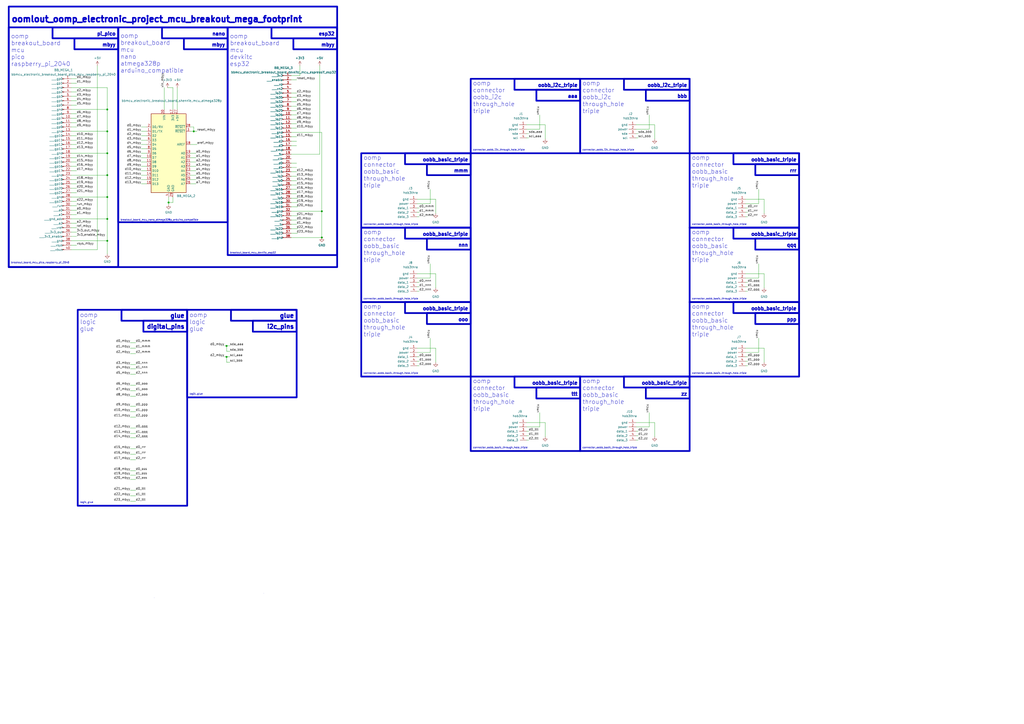
<source format=kicad_sch>
(kicad_sch (version 20230121) (generator eeschema)
  (paper "A2")
  (lib_symbols
    (symbol "oomlout_oomp_part_symbols:bbmcu_electronic_breakout_board_devkitc_mcu_espressif_esp32" (pin_names (offset 1.016))
      (property "Reference" "BB" (at 0 48.26 0))
      (property "Value" "bbmcu_electronic_breakout_board_devkitc_mcu_espressif_esp32" (at 0 -50.8 0))
      (symbol "bbmcu_electronic_breakout_board_devkitc_mcu_espressif_esp32_1_1"
        (pin passive line (at 5.08 45.72 180) (length 3.81) (name "___3v3") (number "1"))
        (pin passive line (at 5.08 22.86 180) (length 3.81) (name "___io26") (number "10"))
        (pin passive line (at 5.08 20.32 180) (length 3.81) (name "___io27") (number "11"))
        (pin passive line (at 5.08 17.78 180) (length 3.81) (name "___io14") (number "12"))
        (pin passive line (at 5.08 15.24 180) (length 3.81) (name "___io12") (number "13"))
        (pin passive line (at 5.08 12.7 180) (length 3.81) (name "___gnd") (number "14"))
        (pin passive line (at 5.08 10.16 180) (length 3.81) (name "___io13") (number "15"))
        (pin passive line (at 5.08 7.62 180) (length 3.81) (name "___d2") (number "16"))
        (pin passive line (at 5.08 5.08 180) (length 3.81) (name "___d3") (number "17"))
        (pin passive line (at 5.08 2.54 180) (length 3.81) (name "___cmd") (number "18"))
        (pin passive line (at 5.08 0 180) (length 3.81) (name "___5v") (number "19"))
        (pin passive line (at 5.08 43.18 180) (length 3.81) (name "___enable") (number "2"))
        (pin passive line (at 5.08 -2.54 180) (length 3.81) (name "___clk") (number "20"))
        (pin passive line (at 5.08 -5.08 180) (length 3.81) (name "___d0") (number "21"))
        (pin passive line (at 5.08 -7.62 180) (length 3.81) (name "___d1") (number "22"))
        (pin passive line (at 5.08 -10.16 180) (length 3.81) (name "___io15") (number "23"))
        (pin passive line (at 5.08 -12.7 180) (length 3.81) (name "___io2") (number "24"))
        (pin passive line (at 5.08 -15.24 180) (length 3.81) (name "___io0") (number "25"))
        (pin passive line (at 5.08 -17.78 180) (length 3.81) (name "___io4") (number "26"))
        (pin passive line (at 5.08 -20.32 180) (length 3.81) (name "___io16") (number "27"))
        (pin passive line (at 5.08 -22.86 180) (length 3.81) (name "___io17") (number "28"))
        (pin passive line (at 5.08 -25.4 180) (length 3.81) (name "___io5") (number "29"))
        (pin passive line (at 5.08 40.64 180) (length 3.81) (name "___vp") (number "3"))
        (pin passive line (at 5.08 -27.94 180) (length 3.81) (name "___io18") (number "30"))
        (pin passive line (at 5.08 -30.48 180) (length 3.81) (name "___io19") (number "31"))
        (pin passive line (at 5.08 -33.02 180) (length 3.81) (name "___gnd") (number "32"))
        (pin passive line (at 5.08 -35.56 180) (length 3.81) (name "___io21") (number "33"))
        (pin passive line (at 5.08 -38.1 180) (length 3.81) (name "___rx") (number "34"))
        (pin passive line (at 5.08 -40.64 180) (length 3.81) (name "___tx") (number "35"))
        (pin passive line (at 5.08 -43.18 180) (length 3.81) (name "___io22") (number "36"))
        (pin passive line (at 5.08 -45.72 180) (length 3.81) (name "___io23") (number "37"))
        (pin passive line (at 5.08 -48.26 180) (length 3.81) (name "___gnd") (number "38"))
        (pin passive line (at 5.08 38.1 180) (length 3.81) (name "___vn2") (number "4"))
        (pin passive line (at 5.08 35.56 180) (length 3.81) (name "___io34") (number "5"))
        (pin passive line (at 5.08 33.02 180) (length 3.81) (name "___io35") (number "6"))
        (pin passive line (at 5.08 30.48 180) (length 3.81) (name "___io32") (number "7"))
        (pin passive line (at 5.08 27.94 180) (length 3.81) (name "___io33") (number "8"))
        (pin passive line (at 5.08 25.4 180) (length 3.81) (name "___io25") (number "9"))
      )
    )
    (symbol "oomlout_oomp_part_symbols:bbmcu_electronic_breakout_board_pico_mcu_raspberry_pi_2040" (pin_names (offset 1.016))
      (property "Reference" "BB" (at 0 50.8 0))
      (property "Value" "bbmcu_electronic_breakout_board_pico_mcu_raspberry_pi_2040" (at 0 -53.34 0))
      (symbol "bbmcu_electronic_breakout_board_pico_mcu_raspberry_pi_2040_1_1"
        (pin passive line (at 5.08 48.26 180) (length 3.81) (name "___gp0") (number "1"))
        (pin passive line (at 5.08 25.4 180) (length 3.81) (name "___gp7") (number "10"))
        (pin passive line (at 5.08 22.86 180) (length 3.81) (name "___gp8") (number "11"))
        (pin passive line (at 5.08 20.32 180) (length 3.81) (name "___gp9") (number "12"))
        (pin passive line (at 5.08 17.78 180) (length 3.81) (name "___gnd") (number "13"))
        (pin passive line (at 5.08 15.24 180) (length 3.81) (name "___gp10") (number "14"))
        (pin passive line (at 5.08 12.7 180) (length 3.81) (name "___gp11") (number "15"))
        (pin passive line (at 5.08 10.16 180) (length 3.81) (name "___gp12") (number "16"))
        (pin passive line (at 5.08 7.62 180) (length 3.81) (name "___gp13") (number "17"))
        (pin passive line (at 5.08 5.08 180) (length 3.81) (name "___gnd") (number "18"))
        (pin passive line (at 5.08 2.54 180) (length 3.81) (name "___gp14") (number "19"))
        (pin passive line (at 5.08 45.72 180) (length 3.81) (name "___gp1") (number "2"))
        (pin passive line (at 5.08 0 180) (length 3.81) (name "___gp15") (number "20"))
        (pin passive line (at 5.08 -2.54 180) (length 3.81) (name "___gp16") (number "21"))
        (pin passive line (at 5.08 -5.08 180) (length 3.81) (name "___gp17") (number "22"))
        (pin passive line (at 5.08 -7.62 180) (length 3.81) (name "___gnd") (number "23"))
        (pin passive line (at 5.08 -10.16 180) (length 3.81) (name "___gp18") (number "24"))
        (pin passive line (at 5.08 -12.7 180) (length 3.81) (name "___gp19") (number "25"))
        (pin passive line (at 5.08 -15.24 180) (length 3.81) (name "___gp20") (number "26"))
        (pin passive line (at 5.08 -17.78 180) (length 3.81) (name "___gp21") (number "27"))
        (pin passive line (at 5.08 -20.32 180) (length 3.81) (name "___gnd") (number "28"))
        (pin passive line (at 5.08 -22.86 180) (length 3.81) (name "___gp22") (number "29"))
        (pin passive line (at 5.08 43.18 180) (length 3.81) (name "___gnd") (number "3"))
        (pin passive line (at 5.08 -25.4 180) (length 3.81) (name "___run") (number "30"))
        (pin passive line (at 5.08 -27.94 180) (length 3.81) (name "___a0") (number "31"))
        (pin passive line (at 5.08 -30.48 180) (length 3.81) (name "___a1") (number "32"))
        (pin passive line (at 5.08 -33.02 180) (length 3.81) (name "___gnd_adc") (number "33"))
        (pin passive line (at 5.08 -35.56 180) (length 3.81) (name "___a2") (number "34"))
        (pin passive line (at 5.08 -38.1 180) (length 3.81) (name "___vref") (number "35"))
        (pin passive line (at 5.08 -40.64 180) (length 3.81) (name "___3v3_out") (number "36"))
        (pin passive line (at 5.08 -43.18 180) (length 3.81) (name "___3v3_enable") (number "37"))
        (pin passive line (at 5.08 -45.72 180) (length 3.81) (name "___gnd") (number "38"))
        (pin passive line (at 5.08 -48.26 180) (length 3.81) (name "___vsys") (number "39"))
        (pin passive line (at 5.08 40.64 180) (length 3.81) (name "___gp2") (number "4"))
        (pin passive line (at 5.08 -50.8 180) (length 3.81) (name "___vbus") (number "40"))
        (pin passive line (at 5.08 38.1 180) (length 3.81) (name "___gp3") (number "5"))
        (pin passive line (at 5.08 35.56 180) (length 3.81) (name "___gp4") (number "6"))
        (pin passive line (at 5.08 33.02 180) (length 3.81) (name "___gp5") (number "7"))
        (pin passive line (at 5.08 30.48 180) (length 3.81) (name "___gnd") (number "8"))
        (pin passive line (at 5.08 27.94 180) (length 3.81) (name "___gp6") (number "9"))
      )
    )
    (symbol "oomlout_oomp_part_symbols:bbmcu_electronic_breakout_board_shennie_mcu_atmega328p_arduino_compatible"
      (property "Reference" "BB" (at -10.16 23.495 0))
      (property "Value" "bbmcu_electronic_breakout_board_shennie_mcu_atmega328p_arduino_compatible" (at 5.08 -24.13 0))
      (symbol "bbmcu_electronic_breakout_board_shennie_mcu_atmega328p_arduino_compatible_1_1"
        (pin bidirectional line (at -12.7 12.7 0) (length 2.54) (name "D1/TX") (number "1"))
        (pin bidirectional line (at -12.7 -2.54 0) (length 2.54) (name "D7") (number "10"))
        (pin bidirectional line (at -12.7 -5.08 0) (length 2.54) (name "D8") (number "11"))
        (pin bidirectional line (at -12.7 -7.62 0) (length 2.54) (name "D9") (number "12"))
        (pin bidirectional line (at -12.7 -10.16 0) (length 2.54) (name "D10") (number "13"))
        (pin bidirectional line (at -12.7 -12.7 0) (length 2.54) (name "D11") (number "14"))
        (pin bidirectional line (at -12.7 -15.24 0) (length 2.54) (name "D12") (number "15"))
        (pin bidirectional line (at -12.7 -17.78 0) (length 2.54) (name "D13") (number "16"))
        (pin power_out line (at 2.54 25.4 270) (length 2.54) (name "3V3") (number "17"))
        (pin input line (at 12.7 5.08 180) (length 2.54) (name "AREF") (number "18"))
        (pin bidirectional line (at 12.7 0 180) (length 2.54) (name "A0") (number "19"))
        (pin bidirectional line (at -12.7 15.24 0) (length 2.54) (name "D0/RX") (number "2"))
        (pin bidirectional line (at 12.7 -2.54 180) (length 2.54) (name "A1") (number "20"))
        (pin bidirectional line (at 12.7 -5.08 180) (length 2.54) (name "A2") (number "21"))
        (pin bidirectional line (at 12.7 -7.62 180) (length 2.54) (name "A3") (number "22"))
        (pin bidirectional line (at 12.7 -10.16 180) (length 2.54) (name "A4") (number "23"))
        (pin bidirectional line (at 12.7 -12.7 180) (length 2.54) (name "A5") (number "24"))
        (pin bidirectional line (at 12.7 -15.24 180) (length 2.54) (name "A6") (number "25"))
        (pin bidirectional line (at 12.7 -17.78 180) (length 2.54) (name "A7") (number "26"))
        (pin power_out line (at 5.08 25.4 270) (length 2.54) (name "+5V") (number "27"))
        (pin input line (at 12.7 15.24 180) (length 2.54) (name "~{RESET}") (number "28"))
        (pin power_in line (at 2.54 -25.4 90) (length 2.54) (name "GND") (number "29"))
        (pin input line (at 12.7 12.7 180) (length 2.54) (name "~{RESET}") (number "3"))
        (pin power_in line (at -2.54 25.4 270) (length 2.54) (name "VIN") (number "30"))
        (pin power_in line (at 0 -25.4 90) (length 2.54) (name "GND") (number "4"))
        (pin bidirectional line (at -12.7 10.16 0) (length 2.54) (name "D2") (number "5"))
        (pin bidirectional line (at -12.7 7.62 0) (length 2.54) (name "D3") (number "6"))
        (pin bidirectional line (at -12.7 5.08 0) (length 2.54) (name "D4") (number "7"))
        (pin bidirectional line (at -12.7 2.54 0) (length 2.54) (name "D5") (number "8"))
        (pin bidirectional line (at -12.7 0 0) (length 2.54) (name "D6") (number "9"))
      )
    )
    (symbol "oomlout_oomp_part_symbols:hob3thra_electronic_header_oobb_basic_triple_through_hole_right_angle" (pin_names (offset 1.016))
      (property "Reference" "J" (at 0 5.08 0))
      (property "Value" "hob3thra_electronic_header_oobb_basic_triple_through_hole_right_angle" (at 0 -10.16 0))
      (symbol "hob3thra_electronic_header_oobb_basic_triple_through_hole_right_angle_1_1"
        (pin passive line (at 5.08 2.54 180) (length 3.81) (name "gnd") (number "1"))
        (pin passive line (at 5.08 0 180) (length 3.81) (name "power") (number "2"))
        (pin passive line (at 5.08 -2.54 180) (length 3.81) (name "data_1") (number "3"))
        (pin passive line (at 5.08 -5.08 180) (length 3.81) (name "data_2") (number "4"))
        (pin passive line (at 5.08 -7.62 180) (length 3.81) (name "data_3") (number "4"))
      )
    )
    (symbol "oomlout_oomp_part_symbols:hob3thra_electronic_header_oobb_i2c_triple_through_hole_right_angle" (pin_names (offset 1.016))
      (property "Reference" "J" (at 0 5.08 0))
      (property "Value" "hob3thra_electronic_header_oobb_i2c_triple_through_hole_right_angle" (at 0 -7.62 0))
      (symbol "hob3thra_electronic_header_oobb_i2c_triple_through_hole_right_angle_0_0"
        (text "" (at 2.54 -2.54 0) (effects (font (size 1.27 1.27))))
      )
      (symbol "hob3thra_electronic_header_oobb_i2c_triple_through_hole_right_angle_1_1"
        (pin passive line (at 5.08 2.54 180) (length 3.81) (name "gnd") (number "1"))
        (pin passive line (at 5.08 0 180) (length 3.81) (name "power") (number "2"))
        (pin passive line (at 5.08 -2.54 180) (length 3.81) (name "sda") (number "3"))
        (pin passive line (at 5.08 -5.08 180) (length 3.81) (name "scl") (number "4"))
      )
    )
    (symbol "power:+3V3" (power) (pin_names (offset 0))
      (property "Value" "+3V3" (at 0 3.556 0))
      (symbol "+3V3_1_1"
        (pin power_in line (at 0 0 90) (length 0) hide (name "+3V3") (number "1"))
      )
    )
    (symbol "power:+5V" (power) (pin_names (offset 0))
      (property "Value" "+5V" (at 0 3.556 0))
      (symbol "+5V_1_1"
        (pin power_in line (at 0 0 90) (length 0) hide (name "+5V") (number "1"))
      )
    )
    (symbol "power:GND" (power) (pin_names (offset 0))
      (property "Value" "GND" (at 0 -3.81 0))
      (symbol "GND_1_1"
        (pin power_in line (at 0 0 270) (length 0) hide (name "GND") (number "1"))
      )
    )
  )
  (junction (at 186.69 137.795))
  (junction (at 97.79 117.475))
  (junction (at 62.23 88.9))
  (junction (at 62.23 139.7))
  (junction (at 131.445 200.66))
  (junction (at 62.23 127))
  (junction (at 62.23 101.6))
  (junction (at 131.445 207.01))
  (junction (at 62.23 114.3))
  (junction (at 62.23 76.2))
  (junction (at 62.23 63.5))
  (junction (at 112.395 76.2))
  (junction (at 186.69 122.555))
  (wire (pts (xy 241.935 125.73) (xy 243.205 125.73)))
  (wire (pts (xy 75.565 251.46) (xy 78.74 251.46)))
  (wire (pts (xy 368.935 77.47) (xy 370.205 77.47)))
  (wire (pts (xy 41.275 121.92) (xy 44.45 121.92)))
  (wire (pts (xy 186.69 122.555) (xy 186.69 137.795)))
  (wire (pts (xy 379.73 80.645) (xy 379.73 72.39)))
  (wire (pts (xy 168.91 107.315) (xy 172.085 107.315)))
  (wire (pts (xy 168.91 125.095) (xy 172.72 125.095)))
  (wire (pts (xy 75.565 275.59) (xy 78.74 275.59)))
  (wire (pts (xy 379.73 245.11) (xy 368.935 245.11)))
  (wire (pts (xy 41.275 106.68) (xy 44.45 106.68)))
  (wire (pts (xy 241.935 204.47) (xy 249.555 204.47)))
  (wire (pts (xy 168.91 66.675) (xy 172.085 66.675)))
  (wire (pts (xy 97.79 117.475) (xy 97.79 118.745)))
  (wire (pts (xy 376.555 247.65) (xy 376.555 239.395)))
  (wire (pts (xy 241.935 207.01) (xy 243.205 207.01)))
  (wire (pts (xy 41.275 63.5) (xy 62.23 63.5)))
  (wire (pts (xy 168.91 122.555) (xy 186.69 122.555)))
  (wire (pts (xy 112.395 76.2) (xy 110.49 76.2)))
  (wire (pts (xy 241.935 166.37) (xy 243.205 166.37)))
  (wire (pts (xy 168.91 71.755) (xy 172.085 71.755)))
  (wire (pts (xy 443.23 167.005) (xy 443.23 158.75)))
  (wire (pts (xy 432.435 207.01) (xy 433.705 207.01)))
  (wire (pts (xy 81.915 104.14) (xy 85.09 104.14)))
  (wire (pts (xy 41.275 93.98) (xy 44.45 93.98)))
  (wire (pts (xy 133.35 210.185) (xy 131.445 210.185)))
  (wire (pts (xy 131.445 200.66) (xy 133.35 200.66)))
  (wire (pts (xy 241.935 123.19) (xy 243.205 123.19)))
  (wire (pts (xy 41.275 104.14) (xy 44.45 104.14)))
  (wire (pts (xy 62.23 76.2) (xy 62.23 88.9)))
  (wire (pts (xy 443.23 201.93) (xy 432.435 201.93)))
  (wire (pts (xy 41.275 81.28) (xy 44.45 81.28)))
  (wire (pts (xy 110.49 88.9) (xy 113.665 88.9)))
  (wire (pts (xy 75.565 201.93) (xy 78.74 201.93)))
  (wire (pts (xy 368.935 74.93) (xy 376.555 74.93)))
  (wire (pts (xy 81.915 78.74) (xy 85.09 78.74)))
  (wire (pts (xy 75.565 278.13) (xy 78.74 278.13)))
  (wire (pts (xy 313.055 247.65) (xy 313.055 239.395)))
  (wire (pts (xy 173.99 38.1) (xy 173.99 43.815)))
  (wire (pts (xy 432.435 125.73) (xy 433.705 125.73)))
  (wire (pts (xy 81.915 101.6) (xy 85.09 101.6)))
  (wire (pts (xy 305.435 247.65) (xy 313.055 247.65)))
  (wire (pts (xy 432.435 168.91) (xy 433.705 168.91)))
  (wire (pts (xy 81.915 83.82) (xy 85.09 83.82)))
  (wire (pts (xy 168.91 104.775) (xy 172.085 104.775)))
  (wire (pts (xy 305.435 80.01) (xy 306.705 80.01)))
  (wire (pts (xy 41.275 132.08) (xy 44.45 132.08)))
  (wire (pts (xy 41.275 96.52) (xy 44.45 96.52)))
  (wire (pts (xy 75.565 248.285) (xy 78.74 248.285)))
  (wire (pts (xy 131.445 207.01) (xy 131.445 210.185)))
  (wire (pts (xy 168.91 81.915) (xy 172.085 81.915)))
  (wire (pts (xy 100.33 50.8) (xy 100.33 63.5)))
  (wire (pts (xy 168.91 112.395) (xy 172.085 112.395)))
  (wire (pts (xy 368.935 250.19) (xy 370.205 250.19)))
  (wire (pts (xy 168.91 53.975) (xy 172.085 53.975)))
  (wire (pts (xy 241.935 120.65) (xy 243.205 120.65)))
  (wire (pts (xy 81.915 76.2) (xy 85.09 76.2)))
  (wire (pts (xy 168.91 97.155) (xy 172.085 97.155)))
  (wire (pts (xy 41.275 142.24) (xy 44.45 142.24)))
  (wire (pts (xy 75.565 235.585) (xy 78.74 235.585)))
  (wire (pts (xy 75.565 211.455) (xy 78.74 211.455)))
  (wire (pts (xy 41.275 116.84) (xy 44.45 116.84)))
  (wire (pts (xy 168.91 127.635) (xy 172.085 127.635)))
  (wire (pts (xy 75.565 198.755) (xy 78.74 198.755)))
  (wire (pts (xy 81.915 99.06) (xy 85.09 99.06)))
  (wire (pts (xy 376.555 74.93) (xy 376.555 66.675)))
  (wire (pts (xy 168.91 114.935) (xy 172.72 114.935)))
  (wire (pts (xy 41.275 83.82) (xy 44.45 83.82)))
  (wire (pts (xy 443.23 210.185) (xy 443.23 201.93)))
  (wire (pts (xy 41.275 114.3) (xy 62.23 114.3)))
  (wire (pts (xy 443.23 158.75) (xy 432.435 158.75)))
  (wire (pts (xy 130.175 200.66) (xy 131.445 200.66)))
  (wire (pts (xy 168.91 94.615) (xy 172.085 94.615)))
  (wire (pts (xy 41.275 86.36) (xy 44.45 86.36)))
  (wire (pts (xy 75.565 226.695) (xy 78.74 226.695)))
  (wire (pts (xy 252.73 158.75) (xy 241.935 158.75)))
  (wire (pts (xy 62.23 88.9) (xy 62.23 101.6)))
  (wire (pts (xy 41.275 53.34) (xy 44.45 53.34)))
  (wire (pts (xy 432.435 204.47) (xy 440.055 204.47)))
  (wire (pts (xy 100.33 117.475) (xy 97.79 117.475)))
  (wire (pts (xy 75.565 290.83) (xy 78.74 290.83)))
  (wire (pts (xy 368.935 255.27) (xy 370.205 255.27)))
  (wire (pts (xy 131.445 200.66) (xy 131.445 203.835)))
  (wire (pts (xy 305.435 250.19) (xy 306.705 250.19)))
  (wire (pts (xy 379.73 253.365) (xy 379.73 245.11)))
  (wire (pts (xy 168.91 109.855) (xy 172.085 109.855)))
  (wire (pts (xy 41.275 99.06) (xy 44.45 99.06)))
  (wire (pts (xy 186.69 76.835) (xy 186.69 122.555)))
  (wire (pts (xy 168.91 84.455) (xy 172.085 84.455)))
  (wire (pts (xy 41.275 129.54) (xy 44.45 129.54)))
  (wire (pts (xy 241.935 209.55) (xy 243.205 209.55)))
  (wire (pts (xy 62.23 139.7) (xy 41.275 139.7)))
  (wire (pts (xy 185.42 38.1) (xy 185.42 89.535)))
  (wire (pts (xy 102.87 50.8) (xy 102.87 63.5)))
  (wire (pts (xy 168.91 130.175) (xy 172.085 130.175)))
  (wire (pts (xy 62.23 147.32) (xy 62.23 139.7)))
  (wire (pts (xy 131.445 207.01) (xy 133.35 207.01)))
  (wire (pts (xy 95.25 50.8) (xy 95.25 63.5)))
  (wire (pts (xy 316.23 80.645) (xy 316.23 72.39)))
  (wire (pts (xy 62.23 114.3) (xy 62.23 127)))
  (wire (pts (xy 168.91 135.255) (xy 172.72 135.255)))
  (wire (pts (xy 432.435 212.09) (xy 433.705 212.09)))
  (wire (pts (xy 432.435 166.37) (xy 433.705 166.37)))
  (wire (pts (xy 252.73 123.825) (xy 252.73 115.57)))
  (wire (pts (xy 443.23 115.57) (xy 432.435 115.57)))
  (wire (pts (xy 133.35 203.835) (xy 131.445 203.835)))
  (wire (pts (xy 41.275 137.16) (xy 44.45 137.16)))
  (wire (pts (xy 249.555 118.11) (xy 249.555 109.855)))
  (wire (pts (xy 173.99 43.815) (xy 168.91 43.815)))
  (wire (pts (xy 168.91 61.595) (xy 172.085 61.595)))
  (wire (pts (xy 168.91 117.475) (xy 172.72 117.475)))
  (wire (pts (xy 168.91 132.715) (xy 172.72 132.715)))
  (wire (pts (xy 241.935 168.91) (xy 243.205 168.91)))
  (wire (pts (xy 75.565 284.48) (xy 78.74 284.48)))
  (wire (pts (xy 41.275 55.88) (xy 44.45 55.88)))
  (wire (pts (xy 368.935 247.65) (xy 376.555 247.65)))
  (wire (pts (xy 97.79 114.3) (xy 97.79 117.475)))
  (wire (pts (xy 75.565 266.7) (xy 78.74 266.7)))
  (wire (pts (xy 168.91 99.695) (xy 172.085 99.695)))
  (wire (pts (xy 81.915 73.66) (xy 85.09 73.66)))
  (wire (pts (xy 112.395 76.2) (xy 114.3 76.2)))
  (wire (pts (xy 305.435 74.93) (xy 313.055 74.93)))
  (wire (pts (xy 41.275 58.42) (xy 44.45 58.42)))
  (wire (pts (xy 41.275 78.74) (xy 44.45 78.74)))
  (wire (pts (xy 41.275 91.44) (xy 44.45 91.44)))
  (wire (pts (xy 100.33 114.3) (xy 100.33 117.475)))
  (wire (pts (xy 432.435 209.55) (xy 433.705 209.55)))
  (wire (pts (xy 41.275 127) (xy 62.23 127)))
  (wire (pts (xy 368.935 80.01) (xy 370.205 80.01)))
  (wire (pts (xy 432.435 118.11) (xy 440.055 118.11)))
  (wire (pts (xy 75.565 241.935) (xy 78.74 241.935)))
  (wire (pts (xy 168.91 79.375) (xy 172.085 79.375)))
  (wire (pts (xy 41.275 45.72) (xy 44.45 45.72)))
  (wire (pts (xy 432.435 161.29) (xy 440.055 161.29)))
  (wire (pts (xy 112.395 73.66) (xy 112.395 76.2)))
  (wire (pts (xy 75.565 205.105) (xy 78.74 205.105)))
  (wire (pts (xy 168.91 74.295) (xy 172.085 74.295)))
  (wire (pts (xy 62.23 101.6) (xy 62.23 114.3)))
  (wire (pts (xy 75.565 287.655) (xy 78.74 287.655)))
  (wire (pts (xy 249.555 204.47) (xy 249.555 196.215)))
  (wire (pts (xy 168.91 120.015) (xy 172.72 120.015)))
  (wire (pts (xy 41.275 88.9) (xy 62.23 88.9)))
  (wire (pts (xy 75.565 223.52) (xy 78.74 223.52)))
  (wire (pts (xy 110.49 93.98) (xy 113.665 93.98)))
  (wire (pts (xy 316.23 253.365) (xy 316.23 245.11)))
  (wire (pts (xy 41.275 68.58) (xy 44.45 68.58)))
  (wire (pts (xy 168.91 76.835) (xy 186.69 76.835)))
  (wire (pts (xy 168.91 64.135) (xy 172.085 64.135)))
  (wire (pts (xy 41.275 111.76) (xy 44.45 111.76)))
  (wire (pts (xy 313.055 74.93) (xy 313.055 66.675)))
  (wire (pts (xy 316.23 245.11) (xy 305.435 245.11)))
  (wire (pts (xy 110.49 99.06) (xy 113.665 99.06)))
  (wire (pts (xy 62.23 50.8) (xy 62.23 63.5)))
  (wire (pts (xy 81.915 96.52) (xy 85.09 96.52)))
  (wire (pts (xy 75.565 238.76) (xy 78.74 238.76)))
  (wire (pts (xy 443.23 123.825) (xy 443.23 115.57)))
  (wire (pts (xy 168.91 69.215) (xy 172.085 69.215)))
  (wire (pts (xy 81.915 93.98) (xy 85.09 93.98)))
  (wire (pts (xy 241.935 161.29) (xy 249.555 161.29)))
  (wire (pts (xy 75.565 273.05) (xy 78.74 273.05)))
  (wire (pts (xy 75.565 260.35) (xy 78.74 260.35)))
  (wire (pts (xy 186.69 137.795) (xy 168.91 137.795)))
  (wire (pts (xy 81.915 88.9) (xy 85.09 88.9)))
  (wire (pts (xy 75.565 254) (xy 78.74 254)))
  (wire (pts (xy 241.935 212.09) (xy 243.205 212.09)))
  (wire (pts (xy 75.565 217.17) (xy 78.74 217.17)))
  (wire (pts (xy 249.555 161.29) (xy 249.555 153.035)))
  (wire (pts (xy 440.055 161.29) (xy 440.055 153.035)))
  (wire (pts (xy 168.91 56.515) (xy 172.085 56.515)))
  (wire (pts (xy 252.73 210.185) (xy 252.73 201.93)))
  (wire (pts (xy 252.73 115.57) (xy 241.935 115.57)))
  (wire (pts (xy 440.055 204.47) (xy 440.055 196.215)))
  (wire (pts (xy 110.49 106.68) (xy 113.665 106.68)))
  (wire (pts (xy 185.42 89.535) (xy 168.91 89.535)))
  (wire (pts (xy 81.915 106.68) (xy 85.09 106.68)))
  (wire (pts (xy 62.23 127) (xy 62.23 139.7)))
  (wire (pts (xy 432.435 163.83) (xy 433.705 163.83)))
  (wire (pts (xy 110.49 104.14) (xy 113.665 104.14)))
  (wire (pts (xy 379.73 72.39) (xy 368.935 72.39)))
  (wire (pts (xy 130.175 207.01) (xy 131.445 207.01)))
  (wire (pts (xy 168.91 46.355) (xy 172.085 46.355)))
  (wire (pts (xy 41.275 101.6) (xy 62.23 101.6)))
  (wire (pts (xy 168.91 102.235) (xy 172.085 102.235)))
  (wire (pts (xy 368.935 252.73) (xy 370.205 252.73)))
  (wire (pts (xy 81.915 91.44) (xy 85.09 91.44)))
  (wire (pts (xy 41.275 48.26) (xy 44.45 48.26)))
  (wire (pts (xy 75.565 229.87) (xy 78.74 229.87)))
  (wire (pts (xy 41.275 144.78) (xy 56.515 144.78)))
  (wire (pts (xy 316.23 72.39) (xy 305.435 72.39)))
  (wire (pts (xy 41.275 109.22) (xy 44.45 109.22)))
  (wire (pts (xy 41.275 50.8) (xy 62.23 50.8)))
  (wire (pts (xy 432.435 123.19) (xy 433.705 123.19)))
  (wire (pts (xy 75.565 263.525) (xy 78.74 263.525)))
  (wire (pts (xy 305.435 252.73) (xy 306.705 252.73)))
  (wire (pts (xy 305.435 77.47) (xy 306.705 77.47)))
  (wire (pts (xy 41.275 124.46) (xy 44.45 124.46)))
  (wire (pts (xy 75.565 213.995) (xy 78.74 213.995)))
  (wire (pts (xy 97.155 50.8) (xy 100.33 50.8)))
  (wire (pts (xy 252.73 201.93) (xy 241.935 201.93)))
  (wire (pts (xy 110.49 96.52) (xy 113.665 96.52)))
  (wire (pts (xy 81.915 81.28) (xy 85.09 81.28)))
  (wire (pts (xy 41.275 134.62) (xy 44.45 134.62)))
  (wire (pts (xy 241.935 118.11) (xy 249.555 118.11)))
  (wire (pts (xy 41.275 66.04) (xy 44.45 66.04)))
  (wire (pts (xy 252.73 167.005) (xy 252.73 158.75)))
  (wire (pts (xy 110.49 83.82) (xy 114.3 83.82)))
  (wire (pts (xy 432.435 120.65) (xy 433.705 120.65)))
  (wire (pts (xy 81.915 86.36) (xy 85.09 86.36)))
  (wire (pts (xy 305.435 255.27) (xy 306.705 255.27)))
  (wire (pts (xy 440.055 118.11) (xy 440.055 109.855)))
  (wire (pts (xy 41.275 60.96) (xy 44.45 60.96)))
  (wire (pts (xy 168.91 59.055) (xy 172.085 59.055)))
  (wire (pts (xy 56.515 144.78) (xy 56.515 38.1)))
  (wire (pts (xy 62.23 63.5) (xy 62.23 76.2)))
  (wire (pts (xy 110.49 73.66) (xy 112.395 73.66)))
  (wire (pts (xy 41.275 119.38) (xy 44.45 119.38)))
  (wire (pts (xy 110.49 101.6) (xy 113.665 101.6)))
  (wire (pts (xy 241.935 163.83) (xy 243.205 163.83)))
  (wire (pts (xy 41.275 76.2) (xy 62.23 76.2)))
  (wire (pts (xy 110.49 91.44) (xy 113.665 91.44)))
  (wire (pts (xy 41.275 71.12) (xy 44.45 71.12)))
  (wire (pts (xy 41.275 73.66) (xy 44.45 73.66)))
  (rectangle (start 132.08 15.875) (end 195.58 147.955) (stroke (width 1)))
  (rectangle (start 425.45 132.08) (end 463.55 138.43) (stroke (width 1)))
  (rectangle (start 361.95 218.44) (end 400.05 224.79) (stroke (width 1)))
  (rectangle (start 438.15 181.61) (end 463.55 187.96) (stroke (width 1)))
  (rectangle (start 361.95 45.72) (end 400.05 52.07) (stroke (width 1)))
  (rectangle (start 83.185 186.055) (end 108.585 192.405) (stroke (width 1)))
  (rectangle (start 209.55 175.26) (end 273.05 218.44) (stroke (width 1)))
  (rectangle (start 438.15 95.25) (end 463.55 101.6) (stroke (width 1)))
  (rectangle (start 5.08 3.81) (end 195.58 154.94) (stroke (width 1)))
  (rectangle (start 425.45 88.9) (end 463.55 95.25) (stroke (width 1)))
  (rectangle (start 108.585 179.705) (end 172.085 230.505) (stroke (width 1)))
  (rectangle (start 425.45 175.26) (end 463.55 181.61) (stroke (width 1)))
  (rectangle (start 170.18 22.225) (end 195.58 28.575) (stroke (width 1)))
  (rectangle (start 374.65 224.79) (end 400.05 231.14) (stroke (width 1)))
  (rectangle (start 311.15 52.07) (end 336.55 58.42) (stroke (width 1)))
  (rectangle (start 374.65 52.07) (end 400.05 58.42) (stroke (width 1)))
  (rectangle (start 400.05 175.26) (end 463.55 218.44) (stroke (width 1)))
  (rectangle (start 70.485 179.705) (end 108.585 186.055) (stroke (width 1)))
  (rectangle (start 247.65 138.43) (end 273.05 144.78) (stroke (width 1)))
  (rectangle (start 209.55 88.9) (end 273.05 132.08) (stroke (width 1)))
  (rectangle (start 234.95 88.9) (end 273.05 95.25) (stroke (width 1)))
  (rectangle (start 311.15 224.79) (end 336.55 231.14) (stroke (width 1)))
  (rectangle (start 68.58 15.875) (end 132.08 128.905) (stroke (width 1)))
  (rectangle (start 298.45 45.72) (end 336.55 52.07) (stroke (width 1)))
  (rectangle (start 89.535 346.71) (end 89.535 346.71))
  (rectangle (start 43.18 22.225) (end 68.58 28.575) (stroke (width 1)))
  (rectangle (start 209.55 132.08) (end 273.05 175.26) (stroke (width 1)))
  (rectangle (start 45.085 179.705) (end 108.585 293.37) (stroke (width 1)))
  (rectangle (start 336.55 218.44) (end 400.05 261.62) (stroke (width 1)))
  (rectangle (start 247.65 181.61) (end 273.05 187.96) (stroke (width 1)))
  (rectangle (start 30.48 15.875) (end 68.58 22.225) (stroke (width 1)))
  (rectangle (start 273.05 218.44) (end 336.55 261.62) (stroke (width 1)))
  (rectangle (start 298.45 218.44) (end 336.55 224.79) (stroke (width 1)))
  (rectangle (start 106.68 22.225) (end 132.08 28.575) (stroke (width 1)))
  (rectangle (start 5.08 15.875) (end 68.58 154.94) (stroke (width 1)))
  (rectangle (start 438.15 138.43) (end 463.55 144.78) (stroke (width 1)))
  (rectangle (start 273.05 45.72) (end 336.55 88.9) (stroke (width 1)))
  (rectangle (start 157.48 15.875) (end 195.58 22.225) (stroke (width 1)))
  (rectangle (start 336.55 45.72) (end 400.05 88.9) (stroke (width 1)))
  (rectangle (start 93.98 15.875) (end 132.08 22.225) (stroke (width 1)))
  (rectangle (start 234.95 132.08) (end 273.05 138.43) (stroke (width 1)))
  (rectangle (start 247.65 95.25) (end 273.05 101.6) (stroke (width 1)))
  (rectangle (start 234.95 175.26) (end 273.05 181.61) (stroke (width 1)))
  (rectangle (start 146.685 186.055) (end 172.085 192.405) (stroke (width 1)))
  (rectangle (start 153.035 344.17) (end 153.035 344.17))
  (rectangle (start 400.05 132.08) (end 463.55 175.26) (stroke (width 1)))
  (rectangle (start 400.05 88.9) (end 463.55 132.08) (stroke (width 1)))
  (rectangle (start 133.985 179.705) (end 172.085 186.055) (stroke (width 1)))
  (text "oobb_basic_triple" (at 271.78 137.16 0) (effects (font (size 2 2) (thickness 0.8) bold) (justify right bottom)))
  (text "oobb_basic_triple" (at 271.78 93.98 0) (effects (font (size 2 2) (thickness 0.8) bold) (justify right bottom)))
  (text "oomp\nconnector\noobb_basic\nthrough_hole\ntriple" (at 401.32 152.4 0) (effects (font (size 2.5 2.5)) (justify left bottom)))
  (text "glue" (at 107.315 184.785 0) (effects (font (size 2.5 2.5) (thickness 0.8) bold) (justify right bottom)))
  (text "logic_glue" (at 109.855 229.235 0) (effects (font (size 1 1)) (justify left bottom)))
  (text "logic_glue" (at 46.355 292.1 0) (effects (font (size 1 1)) (justify left bottom)))
  (text "oomp\nconnector\noobb_i2c\nthrough_hole\ntriple" (at 274.32 66.04 0) (effects (font (size 2.5 2.5)) (justify left bottom)))
  (text "i2c_pins" (at 170.815 191.135 0) (effects (font (size 2.5 2.5) (thickness 0.8) bold) (justify right bottom)))
  (text "connector_oobb_basic_through_hole_triple" (at 210.82 173.99 0) (effects (font (size 1 1)) (justify left bottom)))
  (text "connector_oobb_basic_through_hole_triple" (at 401.32 217.17 0) (effects (font (size 1 1)) (justify left bottom)))
  (text "ttt" (at 335.28 229.87 0) (effects (font (size 2 2) (thickness 0.8) bold) (justify right bottom)))
  (text "oomp\nlogic\nglue" (at 109.855 192.405 0) (effects (font (size 2.5 2.5)) (justify left bottom)))
  (text "connector_oobb_basic_through_hole_triple" (at 401.32 130.81 0) (effects (font (size 1 1)) (justify left bottom)))
  (text "esp32\n" (at 194.31 20.955 0) (effects (font (size 2 2) (thickness 0.8) bold) (justify right bottom)))
  (text "connector_oobb_basic_through_hole_triple" (at 274.32 260.35 0) (effects (font (size 1 1)) (justify left bottom)))
  (text "oomp\nconnector\noobb_basic\nthrough_hole\ntriple" (at 210.82 152.4 0) (effects (font (size 2.5 2.5)) (justify left bottom)))
  (text "breakout_board_mcu_pico_raspberry_pi_2040" (at 6.35 153.035 0) (effects (font (size 1 1)) (justify left bottom)))
  (text "digital_pins" (at 107.315 191.135 0) (effects (font (size 2.5 2.5) (thickness 0.8) bold) (justify right bottom)))
  (text "mbyy" (at 67.31 27.305 0) (effects (font (size 2 2) (thickness 0.8) bold) (justify right bottom)))
  (text "oomp\nbreakout_board\nmcu\npico\nraspberry_pi_2040" (at 6.35 38.735 0) (effects (font (size 2.5 2.5)) (justify left bottom)))
  (text "oomp\nconnector\noobb_basic\nthrough_hole\ntriple" (at 401.32 195.58 0) (effects (font (size 2.5 2.5)) (justify left bottom)))
  (text "connector_oobb_basic_through_hole_triple" (at 210.82 130.81 0) (effects (font (size 1 1)) (justify left bottom)))
  (text "oomp\nbreakout_board\nmcu\nnano\natmega328p\narduino_compatible" (at 69.85 42.545 0) (effects (font (size 2.5 2.5)) (justify left bottom)))
  (text "nnn" (at 271.78 143.51 0) (effects (font (size 2 2) (thickness 0.8) bold) (justify right bottom)))
  (text "qqq" (at 462.28 143.51 0) (effects (font (size 2 2) (thickness 0.8) bold) (justify right bottom)))
  (text "pi_pico\n" (at 67.31 20.955 0) (effects (font (size 2 2) (thickness 0.8) bold) (justify right bottom)))
  (text "connector_oobb_i2c_through_hole_triple" (at 274.32 87.63 0) (effects (font (size 1 1)) (justify left bottom)))
  (text "breakout_board_mcu_nano_atmega328p_arduino_compatible" (at 69.85 128.27 0) (effects (font (size 1 1)) (justify left bottom)))
  (text "breakout_board_mcu_devkitc_esp32" (at 133.35 147.32 0) (effects (font (size 1 1)) (justify left bottom)))
  (text "oobb_basic_triple" (at 335.28 223.52 0) (effects (font (size 2 2) (thickness 0.8) bold) (justify right bottom)))
  (text "mmm" (at 271.78 100.33 0) (effects (font (size 2 2) (thickness 0.8) bold) (justify right bottom)))
  (text "connector_oobb_basic_through_hole_triple" (at 401.32 173.99 0) (effects (font (size 1 1)) (justify left bottom)))
  (text "nano\n" (at 130.81 20.955 0) (effects (font (size 2 2) (thickness 0.8) bold) (justify right bottom)))
  (text "oomp\nbreakout_board\nmcu\ndevkitc\nesp32" (at 133.35 38.735 0) (effects (font (size 2.5 2.5)) (justify left bottom)))
  (text "oobb_basic_triple" (at 462.28 93.98 0) (effects (font (size 2 2) (thickness 0.8) bold) (justify right bottom)))
  (text "rrr" (at 462.28 100.33 0) (effects (font (size 2 2) (thickness 0.8) bold) (justify right bottom)))
  (text "oomp\nconnector\noobb_basic\nthrough_hole\ntriple" (at 274.32 238.76 0) (effects (font (size 2.5 2.5)) (justify left bottom)))
  (text "oomlout_oomp_electronic_project_mcu_breakout_mega_footprint" (at 6.35 13.335 0) (effects (font (size 3.5 3.5) (thickness 1) bold) (justify left bottom)))
  (text "oobb_basic_triple" (at 462.28 137.16 0) (effects (font (size 2 2) (thickness 0.8) bold) (justify right bottom)))
  (text "oomp\nconnector\noobb_basic\nthrough_hole\ntriple" (at 401.32 109.22 0) (effects (font (size 2.5 2.5)) (justify left bottom)))
  (text "oomp\nconnector\noobb_basic\nthrough_hole\ntriple" (at 210.82 195.58 0) (effects (font (size 2.5 2.5)) (justify left bottom)))
  (text "glue" (at 170.815 184.785 0) (effects (font (size 2.5 2.5) (thickness 0.8) bold) (justify right bottom)))
  (text "oobb_basic_triple" (at 462.28 180.34 0) (effects (font (size 2 2) (thickness 0.8) bold) (justify right bottom)))
  (text "connector_oobb_basic_through_hole_triple" (at 210.82 217.17 0) (effects (font (size 1 1)) (justify left bottom)))
  (text "oobb_basic_triple" (at 398.78 223.52 0) (effects (font (size 2 2) (thickness 0.8) bold) (justify right bottom)))
  (text "connector_oobb_i2c_through_hole_triple" (at 337.82 87.63 0) (effects (font (size 1 1)) (justify left bottom)))
  (text "oomp\nconnector\noobb_basic\nthrough_hole\ntriple" (at 210.82 109.22 0) (effects (font (size 2.5 2.5)) (justify left bottom)))
  (text "connector_oobb_basic_through_hole_triple" (at 337.82 260.35 0) (effects (font (size 1 1)) (justify left bottom)))
  (text "ppp" (at 462.28 186.69 0) (effects (font (size 2 2) (thickness 0.8) bold) (justify right bottom)))
  (text "aaa" (at 335.28 57.15 0) (effects (font (size 2 2) (thickness 0.8) bold) (justify right bottom)))
  (text "oomp\nconnector\noobb_basic\nthrough_hole\ntriple" (at 337.82 238.76 0) (effects (font (size 2.5 2.5)) (justify left bottom)))
  (text "oobb_i2c_triple" (at 335.28 50.8 0) (effects (font (size 2 2) (thickness 0.8) bold) (justify right bottom)))
  (text "oomp\nconnector\noobb_i2c\nthrough_hole\ntriple" (at 337.82 66.04 0) (effects (font (size 2.5 2.5)) (justify left bottom)))
  (text "oobb_basic_triple" (at 271.78 180.34 0) (effects (font (size 2 2) (thickness 0.8) bold) (justify right bottom)))
  (text "oomp\nlogic\nglue" (at 46.355 192.405 0) (effects (font (size 2.5 2.5)) (justify left bottom)))
  (text "bbb" (at 398.78 57.15 0) (effects (font (size 2 2) (thickness 0.8) bold) (justify right bottom)))
  (text "zz" (at 398.78 229.87 0) (effects (font (size 2 2) (thickness 0.8) bold) (justify right bottom)))
  (text "mbyy" (at 194.31 27.305 0) (effects (font (size 2 2) (thickness 0.8) bold) (justify right bottom)))
  (text "mbyy" (at 130.81 27.305 0) (effects (font (size 2 2) (thickness 0.8) bold) (justify right bottom)))
  (text "ooo" (at 271.78 186.69 0) (effects (font (size 2 2) (thickness 0.8) bold) (justify right bottom)))
  (text "oobb_i2c_triple" (at 398.78 50.8 0) (effects (font (size 2 2) (thickness 0.8) bold) (justify right bottom)))
  (label "d17_mbyy" (at 75.565 266.7 180))
  (label "d1_qqq" (at 78.74 251.46 0))
  (label "d2_mbyy" (at 172.085 53.975 0))
  (label "d21_mbyy" (at 44.45 111.76 0))
  (label "a1_mbyy" (at 44.45 124.46 0))
  (label "d7_mbyy" (at 81.915 91.44 180))
  (label "a7_mbyy" (at 113.665 106.68 0))
  (label "d1_qqq" (at 433.705 166.37 0))
  (label "sda_aaa" (at 306.705 77.47 0))
  (label "d23_mbyy" (at 172.085 135.255 0))
  (label "d6_mbyy" (at 172.085 64.135 0))
  (label "d20_mbyy" (at 172.085 120.015 0))
  (label "d3_mbyy" (at 81.915 81.28 180))
  (label "d0_mbyy" (at 130.175 200.66 180))
  (label "d22_mbyy" (at 44.45 116.84 0))
  (label "d2_rrr" (at 433.705 125.73 0))
  (label "d17_mbyy" (at 44.45 99.06 0))
  (label "d2_rrr" (at 78.74 266.7 0))
  (label "d16_mbyy" (at 172.085 109.855 0))
  (label "sda_aaa" (at 133.35 200.66 0))
  (label "d1_ttt" (at 306.705 252.73 0))
  (label "d20_mbyy" (at 75.565 278.13 180))
  (label "a1_mbyy" (at 113.665 91.44 0))
  (label "d15_mbyy" (at 172.085 107.315 0))
  (label "d1_sss" (at 78.74 275.59 0))
  (label "a2_mbyy" (at 113.665 93.98 0))
  (label "d0_sss" (at 78.74 273.05 0))
  (label "vmcu" (at 440.055 109.855 90))
  (label "d0_ooo" (at 243.205 207.01 0))
  (label "d1_mbyy" (at 44.45 48.26 0))
  (label "d14_mbyy" (at 75.565 254 180))
  (label "vmcu" (at 313.055 66.675 90))
  (label "scl_aaa" (at 133.35 207.01 0))
  (label "d8_mbyy" (at 172.085 69.215 0))
  (label "3v3_enable_mbyy" (at 44.45 137.16 0))
  (label "d1_ttt" (at 78.74 287.655 0))
  (label "d1_ooo" (at 243.205 209.55 0))
  (label "d10_mbyy" (at 75.565 238.76 180))
  (label "d14_mbyy" (at 172.085 104.775 0))
  (label "d19_mbyy" (at 44.45 106.68 0))
  (label "d13_mbyy" (at 81.915 106.68 180))
  (label "d1_mbyy" (at 172.085 130.175 0))
  (label "d1_mbyy" (at 75.565 201.93 180))
  (label "d14_mbyy" (at 44.45 91.44 0))
  (label "d9_mbyy" (at 172.085 71.755 0))
  (label "d0_nnn" (at 78.74 211.455 0))
  (label "d6_mbyy" (at 81.915 88.9 180))
  (label "d13_mbyy" (at 44.45 86.36 0))
  (label "d0_mbyy" (at 81.915 73.66 180))
  (label "d5_mbyy" (at 75.565 217.17 180))
  (label "d4_mbyy" (at 44.45 58.42 0))
  (label "d11_mbyy" (at 44.45 81.28 0))
  (label "d9_mbyy" (at 75.565 235.585 180))
  (label "vmcu" (at 249.555 109.855 90))
  (label "d0_rrr" (at 78.74 260.35 0))
  (label "d2_ttt" (at 306.705 255.27 0))
  (label "d17_mbyy" (at 172.085 112.395 0))
  (label "d11_mbyy" (at 81.915 101.6 180))
  (label "vmcu" (at 313.055 239.395 90))
  (label "vmcu" (at 376.555 239.395 90))
  (label "d2_ppp" (at 78.74 241.935 0))
  (label "d2_zz" (at 370.205 255.27 0))
  (label "d1_ooo" (at 78.74 226.695 0))
  (label "d3_mbyy" (at 75.565 211.455 180))
  (label "d7_mbyy" (at 44.45 68.58 0))
  (label "vmcu" (at 440.055 196.215 90))
  (label "d13_mbyy" (at 75.565 251.46 180))
  (label "d22_mbyy" (at 75.565 287.655 180))
  (label "d18_mbyy" (at 172.085 114.935 0))
  (label "a6_mbyy" (at 113.665 104.14 0))
  (label "d4_mbyy" (at 81.915 83.82 180))
  (label "d2_nnn" (at 243.205 168.91 0))
  (label "d1_mmm" (at 243.205 123.19 0))
  (label "vin_mbyy" (at 95.25 50.8 90))
  (label "d9_mbyy" (at 81.915 96.52 180))
  (label "d1_rrr" (at 433.705 123.19 0))
  (label "d0_ooo" (at 78.74 223.52 0))
  (label "d8_mbyy" (at 44.45 71.12 0))
  (label "d2_mbyy" (at 130.175 207.01 180))
  (label "a5_mbyy" (at 113.665 101.6 0))
  (label "a3_mbyy" (at 113.665 96.52 0))
  (label "a4_mbyy" (at 113.665 99.06 0))
  (label "d1_mmm" (at 78.74 201.93 0))
  (label "d0_mbyy" (at 44.45 45.72 0))
  (label "vsys_mbyy" (at 44.45 142.24 0))
  (label "d21_mbyy" (at 75.565 284.48 180))
  (label "d7_mbyy" (at 75.565 226.695 180))
  (label "d2_ttt" (at 78.74 290.83 0))
  (label "d0_mmm" (at 243.205 120.65 0))
  (label "d2_mbyy" (at 81.915 78.74 180))
  (label "d1_nnn" (at 78.74 213.995 0))
  (label "run_mbyy" (at 44.45 119.38 0))
  (label "d2_mmm" (at 243.205 125.73 0))
  (label "d0_ttt" (at 306.705 250.19 0))
  (label "d19_mbyy" (at 172.085 117.475 0))
  (label "d12_mbyy" (at 172.085 99.695 0))
  (label "d1_mbyy" (at 81.915 76.2 180))
  (label "d2_ooo" (at 243.205 212.09 0))
  (label "d1_nnn" (at 243.205 166.37 0))
  (label "a0_mbyy" (at 113.665 88.9 0))
  (label "aref_mbyy" (at 114.3 83.82 0))
  (label "d0_ppp" (at 433.705 207.01 0))
  (label "sda_bbb" (at 370.205 77.47 0))
  (label "d12_mbyy" (at 44.45 83.82 0))
  (label "scl_bbb" (at 133.35 210.185 0))
  (label "d0_mbyy" (at 75.565 198.755 180))
  (label "d2_qqq" (at 433.705 168.91 0))
  (label "d8_mbyy" (at 75.565 229.87 180))
  (label "d21_mbyy" (at 172.085 125.095 0))
  (label "d15_mbyy" (at 44.45 93.98 0))
  (label "d0_zz" (at 370.205 250.19 0))
  (label "reset_mbyy" (at 172.085 46.355 0))
  (label "d4_mbyy" (at 75.565 213.995 180))
  (label "d8_mbyy" (at 81.915 93.98 180))
  (label "d0_rrr" (at 433.705 120.65 0))
  (label "d20_mbyy" (at 44.45 109.22 0))
  (label "d5_mbyy" (at 44.45 60.96 0))
  (label "d0_ppp" (at 78.74 235.585 0))
  (label "vmcu" (at 376.555 66.675 90))
  (label "d2_qqq" (at 78.74 254 0))
  (label "d19_mbyy" (at 75.565 275.59 180))
  (label "a0_mbyy" (at 44.45 121.92 0))
  (label "d4_mbyy" (at 172.085 59.055 0))
  (label "d11_mbyy" (at 75.565 241.935 180))
  (label "d6_mbyy" (at 75.565 223.52 180))
  (label "reset_mbyy" (at 114.3 76.2 0))
  (label "d22_mbyy" (at 172.085 132.715 0))
  (label "d0_nnn" (at 243.205 163.83 0))
  (label "vmcu" (at 440.055 153.035 90))
  (label "d18_mbyy" (at 75.565 273.05 180))
  (label "d0_mbyy" (at 172.085 127.635 0))
  (label "d12_mbyy" (at 75.565 248.285 180))
  (label "d16_mbyy" (at 44.45 96.52 0))
  (label "d2_nnn" (at 78.74 217.17 0))
  (label "d10_mbyy" (at 172.085 74.295 0))
  (label "d2_mbyy" (at 44.45 53.34 0))
  (label "d16_mbyy" (at 75.565 263.525 180))
  (label "vmcu" (at 249.555 153.035 90))
  (label "sda_bbb" (at 133.35 203.835 0))
  (label "d1_rrr" (at 78.74 263.525 0))
  (label "d2_sss" (at 78.74 278.13 0))
  (label "d0_qqq" (at 78.74 248.285 0))
  (label "d0_mmm" (at 78.74 198.755 0))
  (label "d3_mbyy" (at 172.085 56.515 0))
  (label "d23_mbyy" (at 75.565 290.83 180))
  (label "d12_mbyy" (at 81.915 104.14 180))
  (label "d2_mmm" (at 78.74 205.105 0))
  (label "d5_mbyy" (at 81.915 86.36 180))
  (label "d5_mbyy" (at 172.085 61.595 0))
  (label "d2_mbyy" (at 75.565 205.105 180))
  (label "d1_ppp" (at 433.705 209.55 0))
  (label "d1_ppp" (at 78.74 238.76 0))
  (label "scl_aaa" (at 306.705 80.01 0))
  (label "d1_zz" (at 370.205 252.73 0))
  (label "d9_mbyy" (at 44.45 73.66 0))
  (label "d2_ooo" (at 78.74 229.87 0))
  (label "a2_mbyy" (at 44.45 129.54 0))
  (label "d11_mbyy" (at 172.085 79.375 0))
  (label "d10_mbyy" (at 44.45 78.74 0))
  (label "d2_ppp" (at 433.705 212.09 0))
  (label "d0_qqq" (at 433.705 163.83 0))
  (label "scl_bbb" (at 370.205 80.01 0))
  (label "d13_mbyy" (at 172.085 102.235 0))
  (label "d7_mbyy" (at 172.085 66.675 0))
  (label "d15_mbyy" (at 75.565 260.35 180))
  (label "d3_mbyy" (at 44.45 55.88 0))
  (label "3v3_out_mbyy" (at 44.45 134.62 0))
  (label "ref_mbyy" (at 44.45 132.08 0))
  (label "d18_mbyy" (at 44.45 104.14 0))
  (label "d0_ttt" (at 78.74 284.48 0))
  (label "d6_mbyy" (at 44.45 66.04 0))
  (label "d10_mbyy" (at 81.915 99.06 180))
  (label "vmcu" (at 249.555 196.215 90))
  (symbol (lib_id "power:+3V3") (at 97.155 50.8 0) (unit 1)
    (property "Reference" "#PWR03" (effects hide))
    (property "Value" "+3V3" (at 97.155 46.355 0))
  )
  (symbol (lib_id "power:+5V") (at 56.515 38.1 0) (unit 1)
    (property "Reference" "#PWR01" (effects hide))
    (property "Value" "+5V" (at 56.515 33.655 0))
  )
  (symbol (lib_id "power:GND") (at 316.23 253.365 0) (unit 1)
    (property "Reference" "#PWR017" (effects hide))
    (property "Value" "GND" (at 316.23 258.445 0))
  )
  (symbol (lib_id "power:GND") (at 252.73 167.005 0) (unit 1)
    (property "Reference" "#PWR016" (effects hide))
    (property "Value" "GND" (at 252.73 172.085 0))
  )
  (symbol (lib_id "power:+5V") (at 102.87 50.8 0) (unit 1)
    (property "Reference" "#PWR05" (effects hide))
    (property "Value" "+5V" (at 102.87 46.355 0))
  )
  (symbol (lib_id "oomlout_oomp_part_symbols:hob3thra_electronic_header_oobb_basic_triple_through_hole_right_angle") (at 427.355 161.29 0) (unit 1)
    (property "Reference" "J6" (at 428.625 152.4 0))
    (property "Value" "hob3thra" (at 428.625 154.94 0))
    (property "Footprint" "oomlout_oomp_part_footprints:hob3thra_electronic_header_oobb_basic_triple_through_hole_right_angle" (effects hide))
    (property "Datasheet" "https://github.com/oomlout/oomlout_oomp_v3/parts/electronic_header_oobb_basic_triple_through_hole_right_angle/datasheet.pdf" (effects hide))
  )
  (symbol (lib_id "oomlout_oomp_part_symbols:bbmcu_electronic_breakout_board_devkitc_mcu_espressif_esp32") (at 163.83 89.535 0) (unit 1)
    (property "Reference" "BB_MEGA_3" (at 164.465 39.37 0))
    (property "Value" "bbmcu_electronic_breakout_board_devkitc_mcu_espressif_esp32" (at 164.465 41.91 0))
    (property "Footprint" "oomlout_oomp_part_footprints:bbmcu_electronic_breakout_board_devkitc_mcu_espressif_esp32" (effects hide))
    (property "Datasheet" "https://github.com/oomlout/oomlout_oomp_v3/parts/electronic_breakout_board_devkitc_mcu_espressif_esp32/datasheet.pdf" (effects hide))
  )
  (symbol (lib_id "oomlout_oomp_part_symbols:hob3thra_electronic_header_oobb_basic_triple_through_hole_right_angle") (at 427.355 204.47 0) (unit 1)
    (property "Reference" "J7" (at 428.625 195.58 0))
    (property "Value" "hob3thra" (at 428.625 198.12 0))
    (property "Footprint" "oomlout_oomp_part_footprints:hob3thra_electronic_header_oobb_basic_triple_through_hole_right_angle" (effects hide))
    (property "Datasheet" "https://github.com/oomlout/oomlout_oomp_v3/parts/electronic_header_oobb_basic_triple_through_hole_right_angle/datasheet.pdf" (effects hide))
  )
  (symbol (lib_id "oomlout_oomp_part_symbols:hob3thra_electronic_header_oobb_basic_triple_through_hole_right_angle") (at 363.855 247.65 0) (unit 1)
    (property "Reference" "J10" (at 365.125 238.76 0))
    (property "Value" "hob3thra" (at 365.125 241.3 0))
    (property "Footprint" "oomlout_oomp_part_footprints:hob3thra_electronic_header_oobb_basic_triple_through_hole_right_angle" (effects hide))
    (property "Datasheet" "https://github.com/oomlout/oomlout_oomp_v3/parts/electronic_header_oobb_basic_triple_through_hole_right_angle/datasheet.pdf" (effects hide))
  )
  (symbol (lib_id "oomlout_oomp_part_symbols:hob3thra_electronic_header_oobb_i2c_triple_through_hole_right_angle") (at 363.855 74.93 0) (unit 1)
    (property "Reference" "J2" (at 365.76 66.04 0))
    (property "Value" "hob3thra" (at 365.76 68.58 0))
    (property "Footprint" "oomlout_oomp_part_footprints:hob3thra_electronic_header_oobb_i2c_triple_through_hole_right_angle" (effects hide))
    (property "Datasheet" "https://github.com/oomlout/oomlout_oomp_v3/parts/electronic_header_oobb_i2c_triple_through_hole_right_angle/datasheet.pdf" (effects hide))
  )
  (symbol (lib_id "power:GND") (at 443.23 210.185 0) (unit 1)
    (property "Reference" "#PWR015" (effects hide))
    (property "Value" "GND" (at 443.23 215.265 0))
  )
  (symbol (lib_id "power:GND") (at 97.79 118.745 0) (unit 1)
    (property "Reference" "#PWR04" (effects hide))
    (property "Value" "GND" (at 97.79 123.19 0))
  )
  (symbol (lib_id "power:GND") (at 252.73 123.825 0) (unit 1)
    (property "Reference" "#PWR011" (effects hide))
    (property "Value" "GND" (at 252.73 128.905 0))
  )
  (symbol (lib_id "power:GND") (at 252.73 210.185 0) (unit 1)
    (property "Reference" "#PWR012" (effects hide))
    (property "Value" "GND" (at 252.73 215.265 0))
  )
  (symbol (lib_id "power:GND") (at 186.69 137.795 0) (unit 1)
    (property "Reference" "#PWR08" (effects hide))
    (property "Value" "GND" (at 186.69 142.24 0))
  )
  (symbol (lib_id "power:+3V3") (at 173.99 38.1 0) (unit 1)
    (property "Reference" "#PWR06" (effects hide))
    (property "Value" "+3V3" (at 173.99 33.655 0))
  )
  (symbol (lib_id "oomlout_oomp_part_symbols:hob3thra_electronic_header_oobb_basic_triple_through_hole_right_angle") (at 300.355 247.65 0) (unit 1)
    (property "Reference" "J9" (at 301.625 238.76 0))
    (property "Value" "hob3thra" (at 301.625 241.3 0))
    (property "Footprint" "oomlout_oomp_part_footprints:hob3thra_electronic_header_oobb_basic_triple_through_hole_right_angle" (effects hide))
    (property "Datasheet" "https://github.com/oomlout/oomlout_oomp_v3/parts/electronic_header_oobb_basic_triple_through_hole_right_angle/datasheet.pdf" (effects hide))
  )
  (symbol (lib_id "oomlout_oomp_part_symbols:hob3thra_electronic_header_oobb_basic_triple_through_hole_right_angle") (at 427.355 118.11 0) (unit 1)
    (property "Reference" "J5" (at 428.625 109.22 0))
    (property "Value" "hob3thra" (at 428.625 111.76 0))
    (property "Footprint" "oomlout_oomp_part_footprints:hob3thra_electronic_header_oobb_basic_triple_through_hole_right_angle" (effects hide))
    (property "Datasheet" "https://github.com/oomlout/oomlout_oomp_v3/parts/electronic_header_oobb_basic_triple_through_hole_right_angle/datasheet.pdf" (effects hide))
  )
  (symbol (lib_id "power:GND") (at 443.23 123.825 0) (unit 1)
    (property "Reference" "#PWR013" (effects hide))
    (property "Value" "GND" (at 443.23 128.905 0))
  )
  (symbol (lib_id "oomlout_oomp_part_symbols:hob3thra_electronic_header_oobb_basic_triple_through_hole_right_angle") (at 236.855 204.47 0) (unit 1)
    (property "Reference" "J4" (at 238.125 195.58 0))
    (property "Value" "hob3thra" (at 238.125 198.12 0))
    (property "Footprint" "oomlout_oomp_part_footprints:hob3thra_electronic_header_oobb_basic_triple_through_hole_right_angle" (effects hide))
    (property "Datasheet" "https://github.com/oomlout/oomlout_oomp_v3/parts/electronic_header_oobb_basic_triple_through_hole_right_angle/datasheet.pdf" (effects hide))
  )
  (symbol (lib_id "oomlout_oomp_part_symbols:bbmcu_electronic_breakout_board_pico_mcu_raspberry_pi_2040") (at 36.195 93.98 0) (unit 1)
    (property "Reference" "BB_MEGA_1" (at 36.83 40.64 0))
    (property "Value" "bbmcu_electronic_breakout_board_pico_mcu_raspberry_pi_2040" (at 36.83 43.18 0))
    (property "Footprint" "oomlout_oomp_part_footprints:bbmcu_electronic_breakout_board_pico_mcu_raspberry_pi_2040" (effects hide))
    (property "Datasheet" "https://github.com/oomlout/oomlout_oomp_v3/parts/electronic_breakout_board_pico_mcu_raspberry_pi_2040/datasheet.pdf" (effects hide))
  )
  (symbol (lib_id "oomlout_oomp_part_symbols:hob3thra_electronic_header_oobb_basic_triple_through_hole_right_angle") (at 236.855 161.29 0) (unit 1)
    (property "Reference" "J8" (at 238.125 152.4 0))
    (property "Value" "hob3thra" (at 238.125 154.94 0))
    (property "Footprint" "oomlout_oomp_part_footprints:hob3thra_electronic_header_oobb_basic_triple_through_hole_right_angle" (effects hide))
    (property "Datasheet" "https://github.com/oomlout/oomlout_oomp_v3/parts/electronic_header_oobb_basic_triple_through_hole_right_angle/datasheet.pdf" (effects hide))
  )
  (symbol (lib_id "power:GND") (at 62.23 147.32 0) (unit 1)
    (property "Reference" "#PWR02" (effects hide))
    (property "Value" "GND" (at 62.23 151.765 0))
  )
  (symbol (lib_id "power:GND") (at 379.73 80.645 0) (unit 1)
    (property "Reference" "#PWR010" (effects hide))
    (property "Value" "GND" (at 379.73 85.725 0))
  )
  (symbol (lib_id "power:GND") (at 443.23 167.005 0) (unit 1)
    (property "Reference" "#PWR014" (effects hide))
    (property "Value" "GND" (at 443.23 172.085 0))
  )
  (symbol (lib_id "power:GND") (at 316.23 80.645 0) (unit 1)
    (property "Reference" "#PWR09" (effects hide))
    (property "Value" "GND" (at 316.23 85.725 0))
  )
  (symbol (lib_id "power:+5V") (at 185.42 38.1 0) (unit 1)
    (property "Reference" "#PWR07" (effects hide))
    (property "Value" "+5V" (at 185.42 33.655 0))
  )
  (symbol (lib_id "oomlout_oomp_part_symbols:bbmcu_electronic_breakout_board_shennie_mcu_atmega328p_arduino_compatible") (at 97.79 88.9 0) (unit 1)
    (property "Reference" "BB_MEGA_2" (at 102.5241 113.665 0) (effects (justify left)))
    (property "Value" "bbmcu_electronic_breakout_board_shennie_mcu_atmega328p" (at 70.485 58.42 0) (effects (justify left)))
    (property "Footprint" "oomlout_oomp_part_footprints:bbmcu_electronic_breakout_board_shennie_mcu_atmega328p_arduino_compatible" (effects hide))
    (property "Datasheet" "https://github.com/oomlout/oomlout_oomp_v3/parts/electronic_breakout_board_shennie_mcu_atmega328p_arduino_compatible/datasheet.pdf" (effects hide))
  )
  (symbol (lib_id "oomlout_oomp_part_symbols:hob3thra_electronic_header_oobb_i2c_triple_through_hole_right_angle") (at 300.355 74.93 0) (unit 1)
    (property "Reference" "J1" (at 302.26 66.04 0))
    (property "Value" "hob3thra" (at 302.26 68.58 0))
    (property "Footprint" "oomlout_oomp_part_footprints:hob3thra_electronic_header_oobb_i2c_triple_through_hole_right_angle" (effects hide))
    (property "Datasheet" "https://github.com/oomlout/oomlout_oomp_v3/parts/electronic_header_oobb_i2c_triple_through_hole_right_angle/datasheet.pdf" (effects hide))
  )
  (symbol (lib_id "oomlout_oomp_part_symbols:hob3thra_electronic_header_oobb_basic_triple_through_hole_right_angle") (at 236.855 118.11 0) (unit 1)
    (property "Reference" "J3" (at 238.125 109.22 0))
    (property "Value" "hob3thra" (at 238.125 111.76 0))
    (property "Footprint" "oomlout_oomp_part_footprints:hob3thra_electronic_header_oobb_basic_triple_through_hole_right_angle" (effects hide))
    (property "Datasheet" "https://github.com/oomlout/oomlout_oomp_v3/parts/electronic_header_oobb_basic_triple_through_hole_right_angle/datasheet.pdf" (effects hide))
  )
  (symbol (lib_id "power:GND") (at 379.73 253.365 0) (unit 1)
    (property "Reference" "#PWR018" (effects hide))
    (property "Value" "GND" (at 379.73 258.445 0))
  )
)
</source>
